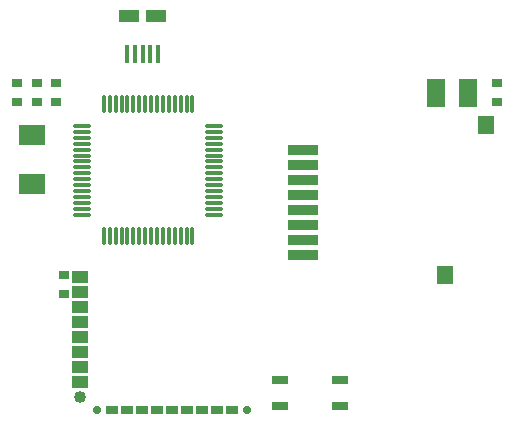
<source format=gtp>
%FSLAX25Y25*%
%MOIN*%
G70*
G01*
G75*
G04 Layer_Color=8421504*
%ADD10R,0.05200X0.06000*%
%ADD11R,0.10000X0.03600*%
%ADD12C,0.02800*%
%ADD13R,0.04000X0.02800*%
%ADD14R,0.05400X0.04000*%
%ADD15C,0.04000*%
%ADD16R,0.06000X0.09600*%
%ADD17R,0.09000X0.07000*%
%ADD18R,0.03400X0.02800*%
%ADD19O,0.06496X0.01181*%
%ADD20O,0.01181X0.06496*%
%ADD21R,0.02756X0.00394*%
%ADD22R,0.05512X0.03150*%
%ADD23R,0.01575X0.06400*%
%ADD24R,0.07000X0.04000*%
%ADD25C,0.02400*%
%ADD26C,0.01000*%
%ADD27C,0.00600*%
%ADD28C,0.01400*%
%ADD29C,0.02000*%
%ADD30C,0.01200*%
%ADD31C,0.01600*%
%ADD32C,0.03000*%
%ADD33R,0.05000X0.05000*%
%ADD34R,0.05000X0.05000*%
%ADD35C,0.13780*%
%ADD36C,0.02756*%
%ADD37O,0.04000X0.07000*%
%ADD38O,0.04000X0.05000*%
%ADD39C,0.02400*%
%ADD40C,0.00400*%
%ADD41R,0.07200X0.08600*%
%ADD42R,0.01000X0.05000*%
%ADD43R,0.05600X0.04800*%
%ADD44R,0.06200X0.02800*%
%ADD45R,0.08600X0.04800*%
%ADD46R,0.05600X0.06200*%
%ADD47R,0.03600X0.04400*%
%ADD48R,0.04400X0.03600*%
%ADD49R,0.02800X0.03400*%
G04:AMPARAMS|DCode=50|XSize=37.4mil|YSize=94.49mil|CornerRadius=9.35mil|HoleSize=0mil|Usage=FLASHONLY|Rotation=270.000|XOffset=0mil|YOffset=0mil|HoleType=Round|Shape=RoundedRectangle|*
%AMROUNDEDRECTD50*
21,1,0.03740,0.07579,0,0,270.0*
21,1,0.01870,0.09449,0,0,270.0*
1,1,0.01870,-0.03789,-0.00935*
1,1,0.01870,-0.03789,0.00935*
1,1,0.01870,0.03789,0.00935*
1,1,0.01870,0.03789,-0.00935*
%
%ADD50ROUNDEDRECTD50*%
G04:AMPARAMS|DCode=51|XSize=157.48mil|YSize=94.49mil|CornerRadius=23.62mil|HoleSize=0mil|Usage=FLASHONLY|Rotation=270.000|XOffset=0mil|YOffset=0mil|HoleType=Round|Shape=RoundedRectangle|*
%AMROUNDEDRECTD51*
21,1,0.15748,0.04724,0,0,270.0*
21,1,0.11024,0.09449,0,0,270.0*
1,1,0.04724,-0.02362,-0.05512*
1,1,0.04724,-0.02362,0.05512*
1,1,0.04724,0.02362,0.05512*
1,1,0.04724,0.02362,-0.05512*
%
%ADD51ROUNDEDRECTD51*%
%ADD52C,0.04500*%
%ADD53C,0.03800*%
%ADD54C,0.03000*%
%ADD55C,0.01900*%
%ADD56C,0.02362*%
%ADD57C,0.00800*%
%ADD58C,0.00787*%
%ADD59C,0.00022*%
%ADD60C,0.00500*%
%ADD61R,0.08500X0.02200*%
%ADD62R,0.03400X0.00600*%
D10*
X180178Y46598D02*
D03*
X193678Y96598D02*
D03*
D11*
X132678Y88358D02*
D03*
Y83358D02*
D03*
Y78357D02*
D03*
Y73357D02*
D03*
Y68357D02*
D03*
Y63358D02*
D03*
Y58358D02*
D03*
Y53357D02*
D03*
D12*
X113878Y1798D02*
D03*
X63878D02*
D03*
D13*
X108878D02*
D03*
X103878D02*
D03*
X98878D02*
D03*
X93878D02*
D03*
X88878D02*
D03*
X83878D02*
D03*
X68878D02*
D03*
X78878D02*
D03*
X73878D02*
D03*
D14*
X58278Y46098D02*
D03*
Y41098D02*
D03*
Y36098D02*
D03*
Y31098D02*
D03*
Y26098D02*
D03*
Y21098D02*
D03*
Y16098D02*
D03*
Y11098D02*
D03*
D15*
Y6098D02*
D03*
D16*
X177178Y107398D02*
D03*
X187578D02*
D03*
D17*
X42478Y93298D02*
D03*
Y77098D02*
D03*
D18*
X52878Y46798D02*
D03*
Y40398D02*
D03*
X197378Y110798D02*
D03*
Y104398D02*
D03*
X37478Y104198D02*
D03*
Y110598D02*
D03*
X43878Y104198D02*
D03*
Y110598D02*
D03*
X50278D02*
D03*
Y104198D02*
D03*
D19*
X59129Y96361D02*
D03*
Y94393D02*
D03*
Y92424D02*
D03*
Y90456D02*
D03*
Y88487D02*
D03*
Y86519D02*
D03*
Y84550D02*
D03*
Y82582D02*
D03*
Y80613D02*
D03*
Y78645D02*
D03*
Y76676D02*
D03*
Y74708D02*
D03*
Y72739D02*
D03*
Y70771D02*
D03*
Y68802D02*
D03*
Y66834D02*
D03*
X103027D02*
D03*
Y68802D02*
D03*
Y70771D02*
D03*
Y72739D02*
D03*
Y74708D02*
D03*
Y76676D02*
D03*
Y78645D02*
D03*
Y80613D02*
D03*
Y82582D02*
D03*
Y84550D02*
D03*
Y86519D02*
D03*
Y88487D02*
D03*
Y90456D02*
D03*
Y92424D02*
D03*
Y94393D02*
D03*
Y96361D02*
D03*
D20*
X66314Y59649D02*
D03*
X68283D02*
D03*
X70251D02*
D03*
X72220D02*
D03*
X74188D02*
D03*
X76157D02*
D03*
X78125D02*
D03*
X80094D02*
D03*
X82062D02*
D03*
X84031D02*
D03*
X85999D02*
D03*
X87968D02*
D03*
X89936D02*
D03*
X91905D02*
D03*
X93873D02*
D03*
X95842D02*
D03*
Y103547D02*
D03*
X93873D02*
D03*
X91905D02*
D03*
X89936D02*
D03*
X87968D02*
D03*
X85999D02*
D03*
X84031D02*
D03*
X82062D02*
D03*
X80094D02*
D03*
X78125D02*
D03*
X76157D02*
D03*
X74188D02*
D03*
X72220D02*
D03*
X70251D02*
D03*
X68283D02*
D03*
X66314D02*
D03*
D21*
X143978Y798D02*
D03*
D22*
X124878Y3188D02*
D03*
X144878D02*
D03*
X124878Y11607D02*
D03*
X144878D02*
D03*
D23*
X84396Y120498D02*
D03*
X81837D02*
D03*
X79278Y120498D02*
D03*
X76719Y120498D02*
D03*
X74160D02*
D03*
D24*
X83778Y132998D02*
D03*
X74778D02*
D03*
M02*

</source>
